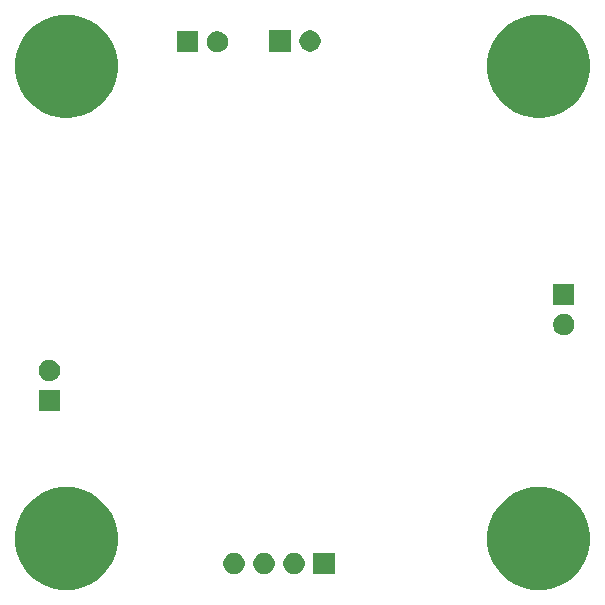
<source format=gbr>
G04 #@! TF.GenerationSoftware,KiCad,Pcbnew,(5.1.5)-3*
G04 #@! TF.CreationDate,2020-06-14T16:13:44+03:00*
G04 #@! TF.ProjectId,dev_board,6465765f-626f-4617-9264-2e6b69636164,rev?*
G04 #@! TF.SameCoordinates,Original*
G04 #@! TF.FileFunction,Soldermask,Bot*
G04 #@! TF.FilePolarity,Negative*
%FSLAX46Y46*%
G04 Gerber Fmt 4.6, Leading zero omitted, Abs format (unit mm)*
G04 Created by KiCad (PCBNEW (5.1.5)-3) date 2020-06-14 16:13:44*
%MOMM*%
%LPD*%
G04 APERTURE LIST*
%ADD10C,0.100000*%
G04 APERTURE END LIST*
D10*
G36*
X35548156Y-70672794D02*
G01*
X36269140Y-70816206D01*
X37060972Y-71144193D01*
X37773601Y-71620357D01*
X38379643Y-72226399D01*
X38855807Y-72939028D01*
X39183794Y-73730860D01*
X39351000Y-74571464D01*
X39351000Y-75428536D01*
X39183794Y-76269140D01*
X38855807Y-77060972D01*
X38379643Y-77773601D01*
X37773601Y-78379643D01*
X37060972Y-78855807D01*
X36269140Y-79183794D01*
X35548156Y-79327206D01*
X35428537Y-79351000D01*
X34571463Y-79351000D01*
X34451844Y-79327206D01*
X33730860Y-79183794D01*
X32939028Y-78855807D01*
X32226399Y-78379643D01*
X31620357Y-77773601D01*
X31144193Y-77060972D01*
X30816206Y-76269140D01*
X30649000Y-75428536D01*
X30649000Y-74571464D01*
X30816206Y-73730860D01*
X31144193Y-72939028D01*
X31620357Y-72226399D01*
X32226399Y-71620357D01*
X32939028Y-71144193D01*
X33730860Y-70816206D01*
X34451844Y-70672794D01*
X34571463Y-70649000D01*
X35428537Y-70649000D01*
X35548156Y-70672794D01*
G37*
G36*
X75548156Y-70672794D02*
G01*
X76269140Y-70816206D01*
X77060972Y-71144193D01*
X77773601Y-71620357D01*
X78379643Y-72226399D01*
X78855807Y-72939028D01*
X79183794Y-73730860D01*
X79351000Y-74571464D01*
X79351000Y-75428536D01*
X79183794Y-76269140D01*
X78855807Y-77060972D01*
X78379643Y-77773601D01*
X77773601Y-78379643D01*
X77060972Y-78855807D01*
X76269140Y-79183794D01*
X75548156Y-79327206D01*
X75428537Y-79351000D01*
X74571463Y-79351000D01*
X74451844Y-79327206D01*
X73730860Y-79183794D01*
X72939028Y-78855807D01*
X72226399Y-78379643D01*
X71620357Y-77773601D01*
X71144193Y-77060972D01*
X70816206Y-76269140D01*
X70649000Y-75428536D01*
X70649000Y-74571464D01*
X70816206Y-73730860D01*
X71144193Y-72939028D01*
X71620357Y-72226399D01*
X72226399Y-71620357D01*
X72939028Y-71144193D01*
X73730860Y-70816206D01*
X74451844Y-70672794D01*
X74571463Y-70649000D01*
X75428537Y-70649000D01*
X75548156Y-70672794D01*
G37*
G36*
X49303512Y-76213927D02*
G01*
X49452812Y-76243624D01*
X49616784Y-76311544D01*
X49764354Y-76410147D01*
X49889853Y-76535646D01*
X49988456Y-76683216D01*
X50056376Y-76847188D01*
X50091000Y-77021259D01*
X50091000Y-77198741D01*
X50056376Y-77372812D01*
X49988456Y-77536784D01*
X49889853Y-77684354D01*
X49764354Y-77809853D01*
X49616784Y-77908456D01*
X49452812Y-77976376D01*
X49303512Y-78006073D01*
X49278742Y-78011000D01*
X49101258Y-78011000D01*
X49076488Y-78006073D01*
X48927188Y-77976376D01*
X48763216Y-77908456D01*
X48615646Y-77809853D01*
X48490147Y-77684354D01*
X48391544Y-77536784D01*
X48323624Y-77372812D01*
X48289000Y-77198741D01*
X48289000Y-77021259D01*
X48323624Y-76847188D01*
X48391544Y-76683216D01*
X48490147Y-76535646D01*
X48615646Y-76410147D01*
X48763216Y-76311544D01*
X48927188Y-76243624D01*
X49076488Y-76213927D01*
X49101258Y-76209000D01*
X49278742Y-76209000D01*
X49303512Y-76213927D01*
G37*
G36*
X51843512Y-76213927D02*
G01*
X51992812Y-76243624D01*
X52156784Y-76311544D01*
X52304354Y-76410147D01*
X52429853Y-76535646D01*
X52528456Y-76683216D01*
X52596376Y-76847188D01*
X52631000Y-77021259D01*
X52631000Y-77198741D01*
X52596376Y-77372812D01*
X52528456Y-77536784D01*
X52429853Y-77684354D01*
X52304354Y-77809853D01*
X52156784Y-77908456D01*
X51992812Y-77976376D01*
X51843512Y-78006073D01*
X51818742Y-78011000D01*
X51641258Y-78011000D01*
X51616488Y-78006073D01*
X51467188Y-77976376D01*
X51303216Y-77908456D01*
X51155646Y-77809853D01*
X51030147Y-77684354D01*
X50931544Y-77536784D01*
X50863624Y-77372812D01*
X50829000Y-77198741D01*
X50829000Y-77021259D01*
X50863624Y-76847188D01*
X50931544Y-76683216D01*
X51030147Y-76535646D01*
X51155646Y-76410147D01*
X51303216Y-76311544D01*
X51467188Y-76243624D01*
X51616488Y-76213927D01*
X51641258Y-76209000D01*
X51818742Y-76209000D01*
X51843512Y-76213927D01*
G37*
G36*
X54383512Y-76213927D02*
G01*
X54532812Y-76243624D01*
X54696784Y-76311544D01*
X54844354Y-76410147D01*
X54969853Y-76535646D01*
X55068456Y-76683216D01*
X55136376Y-76847188D01*
X55171000Y-77021259D01*
X55171000Y-77198741D01*
X55136376Y-77372812D01*
X55068456Y-77536784D01*
X54969853Y-77684354D01*
X54844354Y-77809853D01*
X54696784Y-77908456D01*
X54532812Y-77976376D01*
X54383512Y-78006073D01*
X54358742Y-78011000D01*
X54181258Y-78011000D01*
X54156488Y-78006073D01*
X54007188Y-77976376D01*
X53843216Y-77908456D01*
X53695646Y-77809853D01*
X53570147Y-77684354D01*
X53471544Y-77536784D01*
X53403624Y-77372812D01*
X53369000Y-77198741D01*
X53369000Y-77021259D01*
X53403624Y-76847188D01*
X53471544Y-76683216D01*
X53570147Y-76535646D01*
X53695646Y-76410147D01*
X53843216Y-76311544D01*
X54007188Y-76243624D01*
X54156488Y-76213927D01*
X54181258Y-76209000D01*
X54358742Y-76209000D01*
X54383512Y-76213927D01*
G37*
G36*
X57711000Y-78011000D02*
G01*
X55909000Y-78011000D01*
X55909000Y-76209000D01*
X57711000Y-76209000D01*
X57711000Y-78011000D01*
G37*
G36*
X34451000Y-64201000D02*
G01*
X32649000Y-64201000D01*
X32649000Y-62399000D01*
X34451000Y-62399000D01*
X34451000Y-64201000D01*
G37*
G36*
X33663512Y-59863927D02*
G01*
X33812812Y-59893624D01*
X33976784Y-59961544D01*
X34124354Y-60060147D01*
X34249853Y-60185646D01*
X34348456Y-60333216D01*
X34416376Y-60497188D01*
X34451000Y-60671259D01*
X34451000Y-60848741D01*
X34416376Y-61022812D01*
X34348456Y-61186784D01*
X34249853Y-61334354D01*
X34124354Y-61459853D01*
X33976784Y-61558456D01*
X33812812Y-61626376D01*
X33663512Y-61656073D01*
X33638742Y-61661000D01*
X33461258Y-61661000D01*
X33436488Y-61656073D01*
X33287188Y-61626376D01*
X33123216Y-61558456D01*
X32975646Y-61459853D01*
X32850147Y-61334354D01*
X32751544Y-61186784D01*
X32683624Y-61022812D01*
X32649000Y-60848741D01*
X32649000Y-60671259D01*
X32683624Y-60497188D01*
X32751544Y-60333216D01*
X32850147Y-60185646D01*
X32975646Y-60060147D01*
X33123216Y-59961544D01*
X33287188Y-59893624D01*
X33436488Y-59863927D01*
X33461258Y-59859000D01*
X33638742Y-59859000D01*
X33663512Y-59863927D01*
G37*
G36*
X77223512Y-55973927D02*
G01*
X77372812Y-56003624D01*
X77536784Y-56071544D01*
X77684354Y-56170147D01*
X77809853Y-56295646D01*
X77908456Y-56443216D01*
X77976376Y-56607188D01*
X78011000Y-56781259D01*
X78011000Y-56958741D01*
X77976376Y-57132812D01*
X77908456Y-57296784D01*
X77809853Y-57444354D01*
X77684354Y-57569853D01*
X77536784Y-57668456D01*
X77372812Y-57736376D01*
X77223512Y-57766073D01*
X77198742Y-57771000D01*
X77021258Y-57771000D01*
X76996488Y-57766073D01*
X76847188Y-57736376D01*
X76683216Y-57668456D01*
X76535646Y-57569853D01*
X76410147Y-57444354D01*
X76311544Y-57296784D01*
X76243624Y-57132812D01*
X76209000Y-56958741D01*
X76209000Y-56781259D01*
X76243624Y-56607188D01*
X76311544Y-56443216D01*
X76410147Y-56295646D01*
X76535646Y-56170147D01*
X76683216Y-56071544D01*
X76847188Y-56003624D01*
X76996488Y-55973927D01*
X77021258Y-55969000D01*
X77198742Y-55969000D01*
X77223512Y-55973927D01*
G37*
G36*
X78011000Y-55231000D02*
G01*
X76209000Y-55231000D01*
X76209000Y-53429000D01*
X78011000Y-53429000D01*
X78011000Y-55231000D01*
G37*
G36*
X35548156Y-30672794D02*
G01*
X36269140Y-30816206D01*
X37060972Y-31144193D01*
X37773601Y-31620357D01*
X38379643Y-32226399D01*
X38855807Y-32939028D01*
X39183794Y-33730860D01*
X39351000Y-34571464D01*
X39351000Y-35428536D01*
X39183794Y-36269140D01*
X38855807Y-37060972D01*
X38379643Y-37773601D01*
X37773601Y-38379643D01*
X37060972Y-38855807D01*
X36269140Y-39183794D01*
X35548156Y-39327206D01*
X35428537Y-39351000D01*
X34571463Y-39351000D01*
X34451844Y-39327206D01*
X33730860Y-39183794D01*
X32939028Y-38855807D01*
X32226399Y-38379643D01*
X31620357Y-37773601D01*
X31144193Y-37060972D01*
X30816206Y-36269140D01*
X30649000Y-35428536D01*
X30649000Y-34571464D01*
X30816206Y-33730860D01*
X31144193Y-32939028D01*
X31620357Y-32226399D01*
X32226399Y-31620357D01*
X32939028Y-31144193D01*
X33730860Y-30816206D01*
X34451844Y-30672794D01*
X34571463Y-30649000D01*
X35428537Y-30649000D01*
X35548156Y-30672794D01*
G37*
G36*
X75548156Y-30672794D02*
G01*
X76269140Y-30816206D01*
X77060972Y-31144193D01*
X77773601Y-31620357D01*
X78379643Y-32226399D01*
X78855807Y-32939028D01*
X79183794Y-33730860D01*
X79351000Y-34571464D01*
X79351000Y-35428536D01*
X79183794Y-36269140D01*
X78855807Y-37060972D01*
X78379643Y-37773601D01*
X77773601Y-38379643D01*
X77060972Y-38855807D01*
X76269140Y-39183794D01*
X75548156Y-39327206D01*
X75428537Y-39351000D01*
X74571463Y-39351000D01*
X74451844Y-39327206D01*
X73730860Y-39183794D01*
X72939028Y-38855807D01*
X72226399Y-38379643D01*
X71620357Y-37773601D01*
X71144193Y-37060972D01*
X70816206Y-36269140D01*
X70649000Y-35428536D01*
X70649000Y-34571464D01*
X70816206Y-33730860D01*
X71144193Y-32939028D01*
X71620357Y-32226399D01*
X72226399Y-31620357D01*
X72939028Y-31144193D01*
X73730860Y-30816206D01*
X74451844Y-30672794D01*
X74571463Y-30649000D01*
X75428537Y-30649000D01*
X75548156Y-30672794D01*
G37*
G36*
X47893512Y-32043927D02*
G01*
X48042812Y-32073624D01*
X48206784Y-32141544D01*
X48354354Y-32240147D01*
X48479853Y-32365646D01*
X48578456Y-32513216D01*
X48646376Y-32677188D01*
X48681000Y-32851259D01*
X48681000Y-33028741D01*
X48646376Y-33202812D01*
X48578456Y-33366784D01*
X48479853Y-33514354D01*
X48354354Y-33639853D01*
X48206784Y-33738456D01*
X48042812Y-33806376D01*
X47893512Y-33836073D01*
X47868742Y-33841000D01*
X47691258Y-33841000D01*
X47666488Y-33836073D01*
X47517188Y-33806376D01*
X47353216Y-33738456D01*
X47205646Y-33639853D01*
X47080147Y-33514354D01*
X46981544Y-33366784D01*
X46913624Y-33202812D01*
X46879000Y-33028741D01*
X46879000Y-32851259D01*
X46913624Y-32677188D01*
X46981544Y-32513216D01*
X47080147Y-32365646D01*
X47205646Y-32240147D01*
X47353216Y-32141544D01*
X47517188Y-32073624D01*
X47666488Y-32043927D01*
X47691258Y-32039000D01*
X47868742Y-32039000D01*
X47893512Y-32043927D01*
G37*
G36*
X46141000Y-33841000D02*
G01*
X44339000Y-33841000D01*
X44339000Y-32039000D01*
X46141000Y-32039000D01*
X46141000Y-33841000D01*
G37*
G36*
X53981000Y-33771000D02*
G01*
X52179000Y-33771000D01*
X52179000Y-31969000D01*
X53981000Y-31969000D01*
X53981000Y-33771000D01*
G37*
G36*
X55733512Y-31973927D02*
G01*
X55882812Y-32003624D01*
X56046784Y-32071544D01*
X56194354Y-32170147D01*
X56319853Y-32295646D01*
X56418456Y-32443216D01*
X56486376Y-32607188D01*
X56521000Y-32781259D01*
X56521000Y-32958741D01*
X56486376Y-33132812D01*
X56418456Y-33296784D01*
X56319853Y-33444354D01*
X56194354Y-33569853D01*
X56046784Y-33668456D01*
X55882812Y-33736376D01*
X55733512Y-33766073D01*
X55708742Y-33771000D01*
X55531258Y-33771000D01*
X55506488Y-33766073D01*
X55357188Y-33736376D01*
X55193216Y-33668456D01*
X55045646Y-33569853D01*
X54920147Y-33444354D01*
X54821544Y-33296784D01*
X54753624Y-33132812D01*
X54719000Y-32958741D01*
X54719000Y-32781259D01*
X54753624Y-32607188D01*
X54821544Y-32443216D01*
X54920147Y-32295646D01*
X55045646Y-32170147D01*
X55193216Y-32071544D01*
X55357188Y-32003624D01*
X55506488Y-31973927D01*
X55531258Y-31969000D01*
X55708742Y-31969000D01*
X55733512Y-31973927D01*
G37*
M02*

</source>
